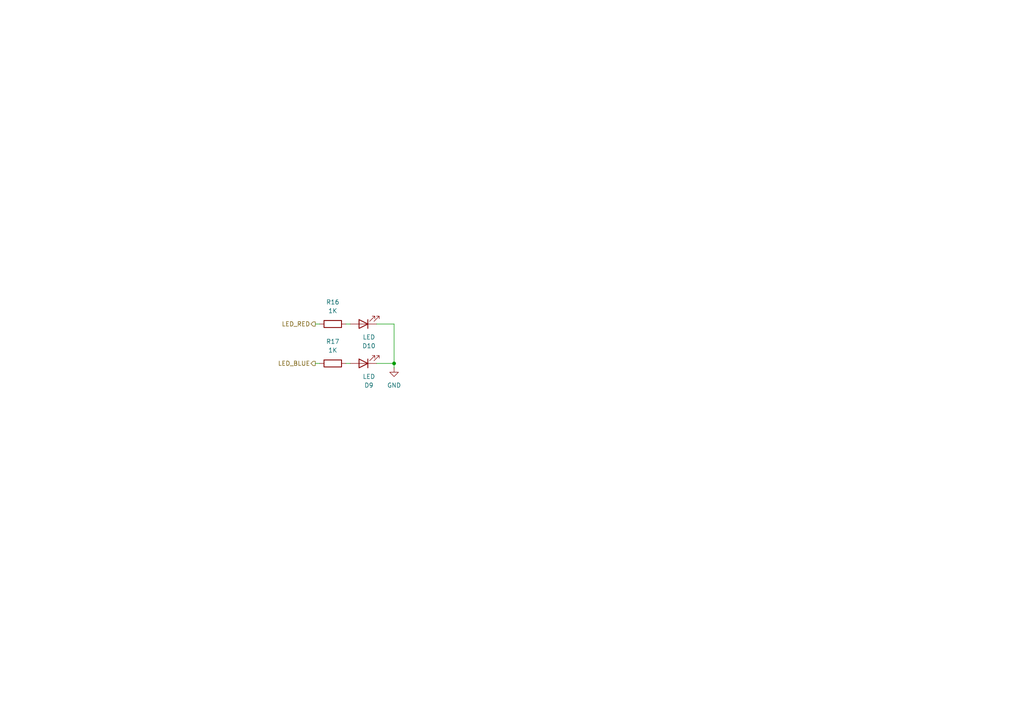
<source format=kicad_sch>
(kicad_sch (version 20250114) (generator "eeschema") (generator_version "9.0")
  (paper "A4")
  (lib_symbols
    (symbol "Device:LED" (pin_numbers (hide yes)) (pin_names (offset 1.016) (hide yes))
      (property "Reference" "D" (at 0 2.54 0))
      (property "Value" "LED" (at 0 -2.54 0))
      (symbol "LED_0_1"
        (polyline (pts (xy -3.048 -0.762) (xy -4.572 -2.286) (xy -3.81 -2.286) (xy -4.572 -2.286) (xy -4.572 -1.524)))
        (polyline (pts (xy -1.778 -0.762) (xy -3.302 -2.286) (xy -2.54 -2.286) (xy -3.302 -2.286) (xy -3.302 -1.524)))
        (polyline (pts (xy -1.27 0) (xy 1.27 0)))
        (polyline (pts (xy -1.27 -1.27) (xy -1.27 1.27)) (stroke (width 0.254)))
        (polyline (pts (xy 1.27 -1.27) (xy 1.27 1.27) (xy -1.27 0) (xy 1.27 -1.27)) (stroke (width 0.254)))
      )
      (symbol "LED_1_1"
        (pin passive line (at -3.81 0 0) (length 2.54) (name "K") (number "1"))
        (pin passive line (at 3.81 0 180) (length 2.54) (name "A") (number "2"))
      )
    )
    (symbol "Device:R" (pin_numbers (hide yes)) (pin_names (offset 0))
      (property "Reference" "R" (at 2.032 0 90))
      (property "Value" "R" (at 0 0 90))
      (symbol "R_0_1"
        (rectangle (start -1.016 -2.54) (end 1.016 2.54) (stroke (width 0.254)))
      )
      (symbol "R_1_1"
        (pin passive line (at 0 3.81 270) (length 1.27) (name "~") (number "1"))
        (pin passive line (at 0 -3.81 90) (length 1.27) (name "~") (number "2"))
      )
    )
    (symbol "power:GND" (power) (pin_numbers (hide yes)) (pin_names (offset 0) (hide yes))
      (property "Value" "GND" (at 0 -3.81 0))
      (symbol "GND_0_1"
        (polyline (pts (xy 0 0) (xy 0 -1.27) (xy 1.27 -1.27) (xy 0 -2.54) (xy -1.27 -1.27) (xy 0 -1.27)))
      )
      (symbol "GND_1_1"
        (pin power_in line (at 0 0 270) (length 0) (name "~") (number "1"))
      )
    )
  )
  (junction (at 114.3 105.41))
  (wire (pts (xy 109.22 105.41) (xy 114.3 105.41)))
  (wire (pts (xy 91.44 105.41) (xy 92.71 105.41)))
  (wire (pts (xy 100.33 93.98) (xy 101.6 93.98)))
  (wire (pts (xy 91.44 93.98) (xy 92.71 93.98)))
  (wire (pts (xy 114.3 105.41) (xy 114.3 106.68)))
  (wire (pts (xy 100.33 105.41) (xy 101.6 105.41)))
  (wire (pts (xy 109.22 93.98) (xy 114.3 93.98)))
  (wire (pts (xy 114.3 93.98) (xy 114.3 105.41)))
  (hierarchical_label "LED_BLUE" (shape output) (at 91.44 105.41 180))
  (hierarchical_label "LED_RED" (shape output) (at 91.44 93.98 180))
  (symbol (lib_id "Device:LED") (at 105.41 93.98 180) (unit 1)
    (property "Reference" "D10" (at 106.9975 100.33 0))
    (property "Value" "LED" (at 106.9975 97.79 0))
    (property "Description" "Light emitting diode" (effects (hide yes)))
    (property "Sim.Pins" "1=K 2=A" (effects (hide yes)))
  )
  (symbol (lib_id "Device:R") (at 96.52 105.41 90) (unit 1)
    (property "Reference" "R17" (at 96.52 99.06 90))
    (property "Value" "1K" (at 96.52 101.6 90))
    (property "Description" "Resistor" (effects (hide yes)))
  )
  (symbol (lib_id "Device:R") (at 96.52 93.98 90) (unit 1)
    (property "Reference" "R16" (at 96.52 87.63 90))
    (property "Value" "1K" (at 96.52 90.17 90))
    (property "Description" "Resistor" (effects (hide yes)))
  )
  (symbol (lib_id "power:GND") (at 114.3 106.68 0) (unit 1)
    (property "Reference" "#PWR029" (effects (hide yes)))
    (property "Value" "GND" (at 114.3 111.76 0))
    (property "Description" "Power symbol creates a global label with name \"GND\" , ground" (effects (hide yes)))
  )
  (symbol (lib_id "Device:LED") (at 105.41 105.41 180) (unit 1)
    (property "Reference" "D9" (at 106.9975 111.76 0))
    (property "Value" "LED" (at 106.9975 109.22 0))
    (property "Description" "Light emitting diode" (effects (hide yes)))
    (property "Sim.Pins" "1=K 2=A" (effects (hide yes)))
  )
)
</source>
